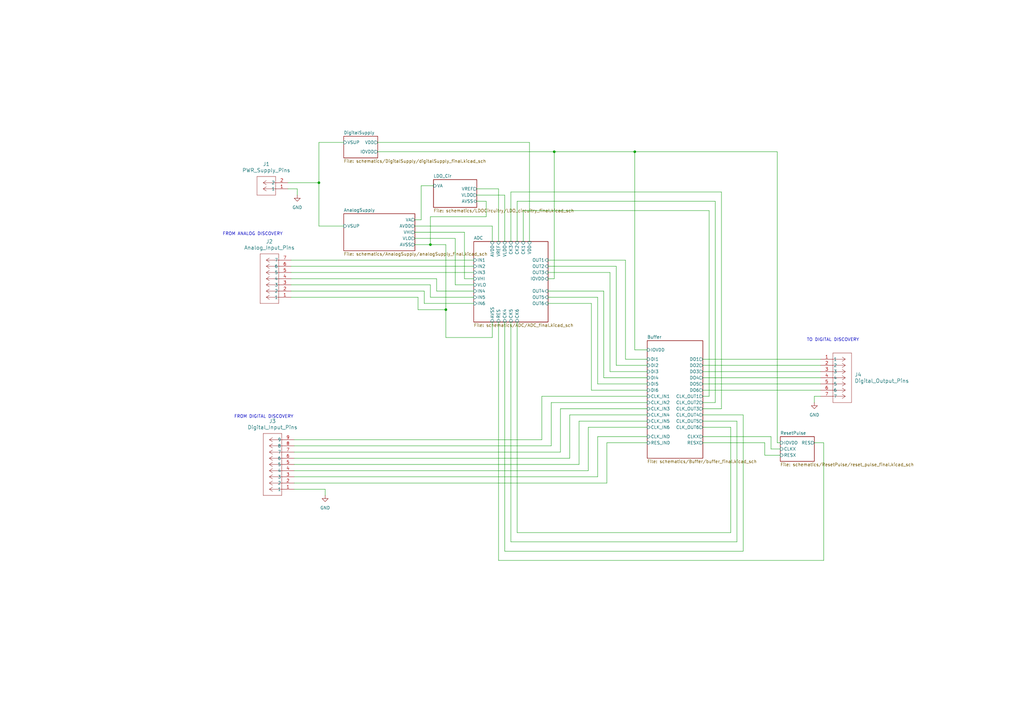
<source format=kicad_sch>
(kicad_sch (version 20231120) (generator "eeschema") (generator_version "8.0")
  (paper "A3")
  (lib_symbols
    (symbol "1x2Header:M20-9990245" (pin_names (offset 0.254))
      (property "Reference" "J" (at 8.89 6.35 0))
      (property "Value" "M20-9990245" (at 0 0 0))
      (symbol "M20-9990245_1_1"
        (polyline (pts (xy 5.08 -5.08) (xy 12.7 -5.08)) (stroke (width 0.127)))
        (polyline (pts (xy 5.08 2.54) (xy 5.08 -5.08)) (stroke (width 0.127)))
        (polyline (pts (xy 10.16 -2.54) (xy 5.08 -2.54)) (stroke (width 0.127)))
        (polyline (pts (xy 10.16 -2.54) (xy 8.89 -3.3867)) (stroke (width 0.127)))
        (polyline (pts (xy 10.16 -2.54) (xy 8.89 -1.6933)) (stroke (width 0.127)))
        (polyline (pts (xy 10.16 0) (xy 5.08 0)) (stroke (width 0.127)))
        (polyline (pts (xy 10.16 0) (xy 8.89 -0.8467)) (stroke (width 0.127)))
        (polyline (pts (xy 10.16 0) (xy 8.89 0.8467)) (stroke (width 0.127)))
        (polyline (pts (xy 12.7 -5.08) (xy 12.7 2.54)) (stroke (width 0.127)))
        (polyline (pts (xy 12.7 2.54) (xy 5.08 2.54)) (stroke (width 0.127)))
        (pin unspecified line (at 0 0 0) (length 5.08) (name "1") (number "1"))
        (pin unspecified line (at 0 -2.54 0) (length 5.08) (name "2") (number "2"))
      )
      (symbol "M20-9990245_1_2"
        (polyline (pts (xy 5.08 -5.08) (xy 12.7 -5.08)) (stroke (width 0.127)))
        (polyline (pts (xy 5.08 2.54) (xy 5.08 -5.08)) (stroke (width 0.127)))
        (polyline (pts (xy 7.62 -2.54) (xy 5.08 -2.54)) (stroke (width 0.127)))
        (polyline (pts (xy 7.62 -2.54) (xy 8.89 -3.3867)) (stroke (width 0.127)))
        (polyline (pts (xy 7.62 -2.54) (xy 8.89 -1.6933)) (stroke (width 0.127)))
        (polyline (pts (xy 7.62 0) (xy 5.08 0)) (stroke (width 0.127)))
        (polyline (pts (xy 7.62 0) (xy 8.89 -0.8467)) (stroke (width 0.127)))
        (polyline (pts (xy 7.62 0) (xy 8.89 0.8467)) (stroke (width 0.127)))
        (polyline (pts (xy 12.7 -5.08) (xy 12.7 2.54)) (stroke (width 0.127)))
        (polyline (pts (xy 12.7 2.54) (xy 5.08 2.54)) (stroke (width 0.127)))
        (pin unspecified line (at 0 0 0) (length 5.08) (name "1") (number "1"))
        (pin unspecified line (at 0 -2.54 0) (length 5.08) (name "2") (number "2"))
      )
    )
    (symbol "1x7Header:PH1-07-UA" (pin_names (offset 0.254))
      (property "Reference" "J" (at 8.89 6.35 0))
      (property "Value" "PH1-07-UA" (at 0 0 0))
      (symbol "PH1-07-UA_1_1"
        (polyline (pts (xy 5.08 -17.78) (xy 12.7 -17.78)) (stroke (width 0.127)))
        (polyline (pts (xy 5.08 2.54) (xy 5.08 -17.78)) (stroke (width 0.127)))
        (polyline (pts (xy 10.16 -15.24) (xy 5.08 -15.24)) (stroke (width 0.127)))
        (polyline (pts (xy 10.16 -15.24) (xy 8.89 -16.0867)) (stroke (width 0.127)))
        (polyline (pts (xy 10.16 -15.24) (xy 8.89 -14.3933)) (stroke (width 0.127)))
        (polyline (pts (xy 10.16 -12.7) (xy 5.08 -12.7)) (stroke (width 0.127)))
        (polyline (pts (xy 10.16 -12.7) (xy 8.89 -13.5467)) (stroke (width 0.127)))
        (polyline (pts (xy 10.16 -12.7) (xy 8.89 -11.8533)) (stroke (width 0.127)))
        (polyline (pts (xy 10.16 -10.16) (xy 5.08 -10.16)) (stroke (width 0.127)))
        (polyline (pts (xy 10.16 -10.16) (xy 8.89 -11.0067)) (stroke (width 0.127)))
        (polyline (pts (xy 10.16 -10.16) (xy 8.89 -9.3133)) (stroke (width 0.127)))
        (polyline (pts (xy 10.16 -7.62) (xy 5.08 -7.62)) (stroke (width 0.127)))
        (polyline (pts (xy 10.16 -7.62) (xy 8.89 -8.4667)) (stroke (width 0.127)))
        (polyline (pts (xy 10.16 -7.62) (xy 8.89 -6.7733)) (stroke (width 0.127)))
        (polyline (pts (xy 10.16 -5.08) (xy 5.08 -5.08)) (stroke (width 0.127)))
        (polyline (pts (xy 10.16 -5.08) (xy 8.89 -5.9267)) (stroke (width 0.127)))
        (polyline (pts (xy 10.16 -5.08) (xy 8.89 -4.2333)) (stroke (width 0.127)))
        (polyline (pts (xy 10.16 -2.54) (xy 5.08 -2.54)) (stroke (width 0.127)))
        (polyline (pts (xy 10.16 -2.54) (xy 8.89 -3.3867)) (stroke (width 0.127)))
        (polyline (pts (xy 10.16 -2.54) (xy 8.89 -1.6933)) (stroke (width 0.127)))
        (polyline (pts (xy 10.16 0) (xy 5.08 0)) (stroke (width 0.127)))
        (polyline (pts (xy 10.16 0) (xy 8.89 -0.8467)) (stroke (width 0.127)))
        (polyline (pts (xy 10.16 0) (xy 8.89 0.8467)) (stroke (width 0.127)))
        (polyline (pts (xy 12.7 -17.78) (xy 12.7 2.54)) (stroke (width 0.127)))
        (polyline (pts (xy 12.7 2.54) (xy 5.08 2.54)) (stroke (width 0.127)))
        (pin unspecified line (at 0 0 0) (length 5.08) (name "1") (number "1"))
        (pin unspecified line (at 0 -2.54 0) (length 5.08) (name "2") (number "2"))
        (pin unspecified line (at 0 -5.08 0) (length 5.08) (name "3") (number "3"))
        (pin unspecified line (at 0 -7.62 0) (length 5.08) (name "4") (number "4"))
        (pin unspecified line (at 0 -10.16 0) (length 5.08) (name "5") (number "5"))
        (pin unspecified line (at 0 -12.7 0) (length 5.08) (name "6") (number "6"))
        (pin unspecified line (at 0 -15.24 0) (length 5.08) (name "7") (number "7"))
      )
      (symbol "PH1-07-UA_1_2"
        (polyline (pts (xy 5.08 -17.78) (xy 12.7 -17.78)) (stroke (width 0.127)))
        (polyline (pts (xy 5.08 2.54) (xy 5.08 -17.78)) (stroke (width 0.127)))
        (polyline (pts (xy 7.62 -15.24) (xy 5.08 -15.24)) (stroke (width 0.127)))
        (polyline (pts (xy 7.62 -15.24) (xy 8.89 -16.0867)) (stroke (width 0.127)))
        (polyline (pts (xy 7.62 -15.24) (xy 8.89 -14.3933)) (stroke (width 0.127)))
        (polyline (pts (xy 7.62 -12.7) (xy 5.08 -12.7)) (stroke (width 0.127)))
        (polyline (pts (xy 7.62 -12.7) (xy 8.89 -13.5467)) (stroke (width 0.127)))
        (polyline (pts (xy 7.62 -12.7) (xy 8.89 -11.8533)) (stroke (width 0.127)))
        (polyline (pts (xy 7.62 -10.16) (xy 5.08 -10.16)) (stroke (width 0.127)))
        (polyline (pts (xy 7.62 -10.16) (xy 8.89 -11.0067)) (stroke (width 0.127)))
        (polyline (pts (xy 7.62 -10.16) (xy 8.89 -9.3133)) (stroke (width 0.127)))
        (polyline (pts (xy 7.62 -7.62) (xy 5.08 -7.62)) (stroke (width 0.127)))
        (polyline (pts (xy 7.62 -7.62) (xy 8.89 -8.4667)) (stroke (width 0.127)))
        (polyline (pts (xy 7.62 -7.62) (xy 8.89 -6.7733)) (stroke (width 0.127)))
        (polyline (pts (xy 7.62 -5.08) (xy 5.08 -5.08)) (stroke (width 0.127)))
        (polyline (pts (xy 7.62 -5.08) (xy 8.89 -5.9267)) (stroke (width 0.127)))
        (polyline (pts (xy 7.62 -5.08) (xy 8.89 -4.2333)) (stroke (width 0.127)))
        (polyline (pts (xy 7.62 -2.54) (xy 5.08 -2.54)) (stroke (width 0.127)))
        (polyline (pts (xy 7.62 -2.54) (xy 8.89 -3.3867)) (stroke (width 0.127)))
        (polyline (pts (xy 7.62 -2.54) (xy 8.89 -1.6933)) (stroke (width 0.127)))
        (polyline (pts (xy 7.62 0) (xy 5.08 0)) (stroke (width 0.127)))
        (polyline (pts (xy 7.62 0) (xy 8.89 -0.8467)) (stroke (width 0.127)))
        (polyline (pts (xy 7.62 0) (xy 8.89 0.8467)) (stroke (width 0.127)))
        (polyline (pts (xy 12.7 -17.78) (xy 12.7 2.54)) (stroke (width 0.127)))
        (polyline (pts (xy 12.7 2.54) (xy 5.08 2.54)) (stroke (width 0.127)))
        (pin unspecified line (at 0 0 0) (length 5.08) (name "1") (number "1"))
        (pin unspecified line (at 0 -2.54 0) (length 5.08) (name "2") (number "2"))
        (pin unspecified line (at 0 -5.08 0) (length 5.08) (name "3") (number "3"))
        (pin unspecified line (at 0 -7.62 0) (length 5.08) (name "4") (number "4"))
        (pin unspecified line (at 0 -10.16 0) (length 5.08) (name "5") (number "5"))
        (pin unspecified line (at 0 -12.7 0) (length 5.08) (name "6") (number "6"))
        (pin unspecified line (at 0 -15.24 0) (length 5.08) (name "7") (number "7"))
      )
    )
    (symbol "1x9Header:PH1-09-UA" (pin_names (offset 0.254))
      (property "Reference" "J" (at 8.89 6.35 0))
      (property "Value" "PH1-09-UA" (at 0 0 0))
      (symbol "PH1-09-UA_1_1"
        (polyline (pts (xy 5.08 -22.86) (xy 12.7 -22.86)) (stroke (width 0.127)))
        (polyline (pts (xy 5.08 2.54) (xy 5.08 -22.86)) (stroke (width 0.127)))
        (polyline (pts (xy 10.16 -20.32) (xy 5.08 -20.32)) (stroke (width 0.127)))
        (polyline (pts (xy 10.16 -20.32) (xy 8.89 -21.1667)) (stroke (width 0.127)))
        (polyline (pts (xy 10.16 -20.32) (xy 8.89 -19.4733)) (stroke (width 0.127)))
        (polyline (pts (xy 10.16 -17.78) (xy 5.08 -17.78)) (stroke (width 0.127)))
        (polyline (pts (xy 10.16 -17.78) (xy 8.89 -18.6267)) (stroke (width 0.127)))
        (polyline (pts (xy 10.16 -17.78) (xy 8.89 -16.9333)) (stroke (width 0.127)))
        (polyline (pts (xy 10.16 -15.24) (xy 5.08 -15.24)) (stroke (width 0.127)))
        (polyline (pts (xy 10.16 -15.24) (xy 8.89 -16.0867)) (stroke (width 0.127)))
        (polyline (pts (xy 10.16 -15.24) (xy 8.89 -14.3933)) (stroke (width 0.127)))
        (polyline (pts (xy 10.16 -12.7) (xy 5.08 -12.7)) (stroke (width 0.127)))
        (polyline (pts (xy 10.16 -12.7) (xy 8.89 -13.5467)) (stroke (width 0.127)))
        (polyline (pts (xy 10.16 -12.7) (xy 8.89 -11.8533)) (stroke (width 0.127)))
        (polyline (pts (xy 10.16 -10.16) (xy 5.08 -10.16)) (stroke (width 0.127)))
        (polyline (pts (xy 10.16 -10.16) (xy 8.89 -11.0067)) (stroke (width 0.127)))
        (polyline (pts (xy 10.16 -10.16) (xy 8.89 -9.3133)) (stroke (width 0.127)))
        (polyline (pts (xy 10.16 -7.62) (xy 5.08 -7.62)) (stroke (width 0.127)))
        (polyline (pts (xy 10.16 -7.62) (xy 8.89 -8.4667)) (stroke (width 0.127)))
        (polyline (pts (xy 10.16 -7.62) (xy 8.89 -6.7733)) (stroke (width 0.127)))
        (polyline (pts (xy 10.16 -5.08) (xy 5.08 -5.08)) (stroke (width 0.127)))
        (polyline (pts (xy 10.16 -5.08) (xy 8.89 -5.9267)) (stroke (width 0.127)))
        (polyline (pts (xy 10.16 -5.08) (xy 8.89 -4.2333)) (stroke (width 0.127)))
        (polyline (pts (xy 10.16 -2.54) (xy 5.08 -2.54)) (stroke (width 0.127)))
        (polyline (pts (xy 10.16 -2.54) (xy 8.89 -3.3867)) (stroke (width 0.127)))
        (polyline (pts (xy 10.16 -2.54) (xy 8.89 -1.6933)) (stroke (width 0.127)))
        (polyline (pts (xy 10.16 0) (xy 5.08 0)) (stroke (width 0.127)))
        (polyline (pts (xy 10.16 0) (xy 8.89 -0.8467)) (stroke (width 0.127)))
        (polyline (pts (xy 10.16 0) (xy 8.89 0.8467)) (stroke (width 0.127)))
        (polyline (pts (xy 12.7 -22.86) (xy 12.7 2.54)) (stroke (width 0.127)))
        (polyline (pts (xy 12.7 2.54) (xy 5.08 2.54)) (stroke (width 0.127)))
        (pin unspecified line (at 0 0 0) (length 5.08) (name "1") (number "1"))
        (pin unspecified line (at 0 -2.54 0) (length 5.08) (name "2") (number "2"))
        (pin unspecified line (at 0 -5.08 0) (length 5.08) (name "3") (number "3"))
        (pin unspecified line (at 0 -7.62 0) (length 5.08) (name "4") (number "4"))
        (pin unspecified line (at 0 -10.16 0) (length 5.08) (name "5") (number "5"))
        (pin unspecified line (at 0 -12.7 0) (length 5.08) (name "6") (number "6"))
        (pin unspecified line (at 0 -15.24 0) (length 5.08) (name "7") (number "7"))
        (pin unspecified line (at 0 -17.78 0) (length 5.08) (name "8") (number "8"))
        (pin unspecified line (at 0 -20.32 0) (length 5.08) (name "9") (number "9"))
      )
      (symbol "PH1-09-UA_1_2"
        (polyline (pts (xy 5.08 -22.86) (xy 12.7 -22.86)) (stroke (width 0.127)))
        (polyline (pts (xy 5.08 2.54) (xy 5.08 -22.86)) (stroke (width 0.127)))
        (polyline (pts (xy 7.62 -20.32) (xy 5.08 -20.32)) (stroke (width 0.127)))
        (polyline (pts (xy 7.62 -20.32) (xy 8.89 -21.1667)) (stroke (width 0.127)))
        (polyline (pts (xy 7.62 -20.32) (xy 8.89 -19.4733)) (stroke (width 0.127)))
        (polyline (pts (xy 7.62 -17.78) (xy 5.08 -17.78)) (stroke (width 0.127)))
        (polyline (pts (xy 7.62 -17.78) (xy 8.89 -18.6267)) (stroke (width 0.127)))
        (polyline (pts (xy 7.62 -17.78) (xy 8.89 -16.9333)) (stroke (width 0.127)))
        (polyline (pts (xy 7.62 -15.24) (xy 5.08 -15.24)) (stroke (width 0.127)))
        (polyline (pts (xy 7.62 -15.24) (xy 8.89 -16.0867)) (stroke (width 0.127)))
        (polyline (pts (xy 7.62 -15.24) (xy 8.89 -14.3933)) (stroke (width 0.127)))
        (polyline (pts (xy 7.62 -12.7) (xy 5.08 -12.7)) (stroke (width 0.127)))
        (polyline (pts (xy 7.62 -12.7) (xy 8.89 -13.5467)) (stroke (width 0.127)))
        (polyline (pts (xy 7.62 -12.7) (xy 8.89 -11.8533)) (stroke (width 0.127)))
        (polyline (pts (xy 7.62 -10.16) (xy 5.08 -10.16)) (stroke (width 0.127)))
        (polyline (pts (xy 7.62 -10.16) (xy 8.89 -11.0067)) (stroke (width 0.127)))
        (polyline (pts (xy 7.62 -10.16) (xy 8.89 -9.3133)) (stroke (width 0.127)))
        (polyline (pts (xy 7.62 -7.62) (xy 5.08 -7.62)) (stroke (width 0.127)))
        (polyline (pts (xy 7.62 -7.62) (xy 8.89 -8.4667)) (stroke (width 0.127)))
        (polyline (pts (xy 7.62 -7.62) (xy 8.89 -6.7733)) (stroke (width 0.127)))
        (polyline (pts (xy 7.62 -5.08) (xy 5.08 -5.08)) (stroke (width 0.127)))
        (polyline (pts (xy 7.62 -5.08) (xy 8.89 -5.9267)) (stroke (width 0.127)))
        (polyline (pts (xy 7.62 -5.08) (xy 8.89 -4.2333)) (stroke (width 0.127)))
        (polyline (pts (xy 7.62 -2.54) (xy 5.08 -2.54)) (stroke (width 0.127)))
        (polyline (pts (xy 7.62 -2.54) (xy 8.89 -3.3867)) (stroke (width 0.127)))
        (polyline (pts (xy 7.62 -2.54) (xy 8.89 -1.6933)) (stroke (width 0.127)))
        (polyline (pts (xy 7.62 0) (xy 5.08 0)) (stroke (width 0.127)))
        (polyline (pts (xy 7.62 0) (xy 8.89 -0.8467)) (stroke (width 0.127)))
        (polyline (pts (xy 7.62 0) (xy 8.89 0.8467)) (stroke (width 0.127)))
        (polyline (pts (xy 12.7 -22.86) (xy 12.7 2.54)) (stroke (width 0.127)))
        (polyline (pts (xy 12.7 2.54) (xy 5.08 2.54)) (stroke (width 0.127)))
        (pin unspecified line (at 0 0 0) (length 5.08) (name "1") (number "1"))
        (pin unspecified line (at 0 -2.54 0) (length 5.08) (name "2") (number "2"))
        (pin unspecified line (at 0 -5.08 0) (length 5.08) (name "3") (number "3"))
        (pin unspecified line (at 0 -7.62 0) (length 5.08) (name "4") (number "4"))
        (pin unspecified line (at 0 -10.16 0) (length 5.08) (name "5") (number "5"))
        (pin unspecified line (at 0 -12.7 0) (length 5.08) (name "6") (number "6"))
        (pin unspecified line (at 0 -15.24 0) (length 5.08) (name "7") (number "7"))
        (pin unspecified line (at 0 -17.78 0) (length 5.08) (name "8") (number "8"))
        (pin unspecified line (at 0 -20.32 0) (length 5.08) (name "9") (number "9"))
      )
    )
    (symbol "power:GND" (power) (pin_numbers hide) (pin_names (offset 0) hide)
      (property "Value" "GND" (at 0 -3.81 0))
      (symbol "GND_0_1"
        (polyline (pts (xy 0 0) (xy 0 -1.27) (xy 1.27 -1.27) (xy 0 -2.54) (xy -1.27 -1.27) (xy 0 -1.27)))
      )
      (symbol "GND_1_1"
        (pin power_in line (at 0 0 270) (length 0) (name "~") (number "1"))
      )
    )
  )
  (junction (at 182.88 127))
  (junction (at 227.33 62.23))
  (junction (at 176.53 100.33))
  (junction (at 260.35 62.23))
  (junction (at 130.81 74.93))
  (wire (pts (xy 120.65 185.42) (xy 229.87 185.42)))
  (wire (pts (xy 245.11 179.07) (xy 245.11 195.58)))
  (wire (pts (xy 288.29 152.4) (xy 336.55 152.4)))
  (wire (pts (xy 302.26 222.25) (xy 209.55 222.25)))
  (wire (pts (xy 179.07 114.3) (xy 119.38 114.3)))
  (wire (pts (xy 119.38 111.76) (xy 194.31 111.76)))
  (wire (pts (xy 248.92 181.61) (xy 248.92 198.12)))
  (wire (pts (xy 288.29 167.64) (xy 295.91 167.64)))
  (wire (pts (xy 250.19 152.4) (xy 265.43 152.4)))
  (wire (pts (xy 334.01 162.56) (xy 334.01 165.1)))
  (wire (pts (xy 212.09 82.55) (xy 212.09 99.06)))
  (wire (pts (xy 120.65 198.12) (xy 248.92 198.12)))
  (wire (pts (xy 288.29 157.48) (xy 336.55 157.48)))
  (wire (pts (xy 120.65 182.88) (xy 226.06 182.88)))
  (wire (pts (xy 176.53 100.33) (xy 182.88 100.33)))
  (wire (pts (xy 195.58 77.47) (xy 204.47 77.47)))
  (wire (pts (xy 224.79 119.38) (xy 247.65 119.38)))
  (wire (pts (xy 182.88 127) (xy 182.88 138.43)))
  (wire (pts (xy 226.06 165.1) (xy 226.06 182.88)))
  (wire (pts (xy 171.45 121.92) (xy 171.45 127)))
  (wire (pts (xy 182.88 138.43) (xy 201.93 138.43)))
  (wire (pts (xy 302.26 172.72) (xy 302.26 222.25)))
  (wire (pts (xy 224.79 106.68) (xy 256.54 106.68)))
  (wire (pts (xy 204.47 132.08) (xy 204.47 229.87)))
  (wire (pts (xy 170.18 97.79) (xy 186.69 97.79)))
  (wire (pts (xy 304.8 226.06) (xy 207.01 226.06)))
  (wire (pts (xy 172.72 76.2) (xy 177.8 76.2)))
  (wire (pts (xy 119.38 109.22) (xy 194.31 109.22)))
  (wire (pts (xy 120.65 180.34) (xy 222.25 180.34)))
  (wire (pts (xy 288.29 181.61) (xy 313.69 181.61)))
  (wire (pts (xy 288.29 147.32) (xy 336.55 147.32)))
  (wire (pts (xy 288.29 149.86) (xy 336.55 149.86)))
  (wire (pts (xy 118.11 77.47) (xy 121.92 77.47)))
  (wire (pts (xy 154.94 62.23) (xy 227.33 62.23)))
  (wire (pts (xy 337.82 181.61) (xy 337.82 229.87)))
  (wire (pts (xy 120.65 187.96) (xy 233.68 187.96)))
  (wire (pts (xy 316.23 184.15) (xy 320.04 184.15)))
  (wire (pts (xy 224.79 121.92) (xy 245.11 121.92)))
  (wire (pts (xy 120.65 193.04) (xy 241.3 193.04)))
  (wire (pts (xy 233.68 170.18) (xy 233.68 187.96)))
  (wire (pts (xy 214.63 86.36) (xy 214.63 99.06)))
  (wire (pts (xy 242.57 124.46) (xy 242.57 160.02)))
  (wire (pts (xy 186.69 97.79) (xy 186.69 116.84)))
  (wire (pts (xy 120.65 195.58) (xy 245.11 195.58)))
  (wire (pts (xy 245.11 121.92) (xy 245.11 157.48)))
  (wire (pts (xy 182.88 100.33) (xy 182.88 127)))
  (wire (pts (xy 204.47 77.47) (xy 204.47 99.06)))
  (wire (pts (xy 316.23 179.07) (xy 316.23 184.15)))
  (wire (pts (xy 252.73 109.22) (xy 252.73 149.86)))
  (wire (pts (xy 154.94 58.42) (xy 217.17 58.42)))
  (wire (pts (xy 260.35 143.51) (xy 260.35 62.23)))
  (wire (pts (xy 120.65 200.66) (xy 133.35 200.66)))
  (wire (pts (xy 304.8 170.18) (xy 304.8 226.06)))
  (wire (pts (xy 173.99 124.46) (xy 173.99 119.38)))
  (wire (pts (xy 222.25 162.56) (xy 222.25 180.34)))
  (wire (pts (xy 224.79 124.46) (xy 242.57 124.46)))
  (wire (pts (xy 288.29 172.72) (xy 302.26 172.72)))
  (wire (pts (xy 241.3 175.26) (xy 241.3 193.04)))
  (wire (pts (xy 227.33 114.3) (xy 224.79 114.3)))
  (wire (pts (xy 195.58 82.55) (xy 199.39 82.55)))
  (wire (pts (xy 130.81 58.42) (xy 130.81 74.93)))
  (wire (pts (xy 212.09 218.44) (xy 212.09 132.08)))
  (wire (pts (xy 130.81 74.93) (xy 130.81 92.71)))
  (wire (pts (xy 172.72 90.17) (xy 170.18 90.17)))
  (wire (pts (xy 130.81 92.71) (xy 140.97 92.71)))
  (wire (pts (xy 293.37 82.55) (xy 212.09 82.55)))
  (wire (pts (xy 265.43 162.56) (xy 222.25 162.56)))
  (wire (pts (xy 217.17 58.42) (xy 217.17 99.06)))
  (wire (pts (xy 288.29 165.1) (xy 293.37 165.1)))
  (wire (pts (xy 179.07 119.38) (xy 179.07 114.3)))
  (wire (pts (xy 290.83 86.36) (xy 214.63 86.36)))
  (wire (pts (xy 265.43 175.26) (xy 241.3 175.26)))
  (wire (pts (xy 118.11 74.93) (xy 130.81 74.93)))
  (wire (pts (xy 237.49 172.72) (xy 237.49 190.5)))
  (wire (pts (xy 245.11 157.48) (xy 265.43 157.48)))
  (wire (pts (xy 170.18 95.25) (xy 190.5 95.25)))
  (wire (pts (xy 209.55 78.74) (xy 209.55 99.06)))
  (wire (pts (xy 265.43 165.1) (xy 226.06 165.1)))
  (wire (pts (xy 265.43 167.64) (xy 229.87 167.64)))
  (wire (pts (xy 172.72 76.2) (xy 172.72 90.17)))
  (wire (pts (xy 207.01 80.01) (xy 207.01 99.06)))
  (wire (pts (xy 199.39 82.55) (xy 199.39 88.9)))
  (wire (pts (xy 227.33 62.23) (xy 227.33 114.3)))
  (wire (pts (xy 252.73 149.86) (xy 265.43 149.86)))
  (wire (pts (xy 190.5 114.3) (xy 194.31 114.3)))
  (wire (pts (xy 201.93 92.71) (xy 201.93 99.06)))
  (wire (pts (xy 290.83 162.56) (xy 290.83 86.36)))
  (wire (pts (xy 209.55 222.25) (xy 209.55 132.08)))
  (wire (pts (xy 176.53 88.9) (xy 176.53 100.33)))
  (wire (pts (xy 288.29 160.02) (xy 336.55 160.02)))
  (wire (pts (xy 207.01 226.06) (xy 207.01 132.08)))
  (wire (pts (xy 170.18 100.33) (xy 176.53 100.33)))
  (wire (pts (xy 288.29 179.07) (xy 316.23 179.07)))
  (wire (pts (xy 265.43 172.72) (xy 237.49 172.72)))
  (wire (pts (xy 133.35 200.66) (xy 133.35 203.2)))
  (wire (pts (xy 247.65 119.38) (xy 247.65 154.94)))
  (wire (pts (xy 265.43 181.61) (xy 248.92 181.61)))
  (wire (pts (xy 229.87 167.64) (xy 229.87 185.42)))
  (wire (pts (xy 337.82 229.87) (xy 204.47 229.87)))
  (wire (pts (xy 313.69 186.69) (xy 320.04 186.69)))
  (wire (pts (xy 260.35 62.23) (xy 318.77 62.23)))
  (wire (pts (xy 299.72 175.26) (xy 299.72 218.44)))
  (wire (pts (xy 318.77 62.23) (xy 318.77 181.61)))
  (wire (pts (xy 265.43 143.51) (xy 260.35 143.51)))
  (wire (pts (xy 176.53 116.84) (xy 119.38 116.84)))
  (wire (pts (xy 288.29 175.26) (xy 299.72 175.26)))
  (wire (pts (xy 173.99 119.38) (xy 119.38 119.38)))
  (wire (pts (xy 334.01 181.61) (xy 337.82 181.61)))
  (wire (pts (xy 201.93 138.43) (xy 201.93 132.08)))
  (wire (pts (xy 336.55 162.56) (xy 334.01 162.56)))
  (wire (pts (xy 265.43 170.18) (xy 233.68 170.18)))
  (wire (pts (xy 190.5 95.25) (xy 190.5 114.3)))
  (wire (pts (xy 194.31 121.92) (xy 176.53 121.92)))
  (wire (pts (xy 194.31 119.38) (xy 179.07 119.38)))
  (wire (pts (xy 242.57 160.02) (xy 265.43 160.02)))
  (wire (pts (xy 318.77 181.61) (xy 320.04 181.61)))
  (wire (pts (xy 288.29 162.56) (xy 290.83 162.56)))
  (wire (pts (xy 119.38 106.68) (xy 194.31 106.68)))
  (wire (pts (xy 224.79 111.76) (xy 250.19 111.76)))
  (wire (pts (xy 288.29 170.18) (xy 304.8 170.18)))
  (wire (pts (xy 176.53 121.92) (xy 176.53 116.84)))
  (wire (pts (xy 224.79 109.22) (xy 252.73 109.22)))
  (wire (pts (xy 194.31 124.46) (xy 173.99 124.46)))
  (wire (pts (xy 288.29 154.94) (xy 336.55 154.94)))
  (wire (pts (xy 313.69 181.61) (xy 313.69 186.69)))
  (wire (pts (xy 195.58 80.01) (xy 207.01 80.01)))
  (wire (pts (xy 295.91 78.74) (xy 209.55 78.74)))
  (wire (pts (xy 293.37 165.1) (xy 293.37 82.55)))
  (wire (pts (xy 119.38 121.92) (xy 171.45 121.92)))
  (wire (pts (xy 256.54 106.68) (xy 256.54 147.32)))
  (wire (pts (xy 265.43 179.07) (xy 245.11 179.07)))
  (wire (pts (xy 171.45 127) (xy 182.88 127)))
  (wire (pts (xy 140.97 58.42) (xy 130.81 58.42)))
  (wire (pts (xy 121.92 77.47) (xy 121.92 80.01)))
  (wire (pts (xy 120.65 190.5) (xy 237.49 190.5)))
  (wire (pts (xy 227.33 62.23) (xy 260.35 62.23)))
  (wire (pts (xy 186.69 116.84) (xy 194.31 116.84)))
  (wire (pts (xy 250.19 111.76) (xy 250.19 152.4)))
  (wire (pts (xy 170.18 92.71) (xy 201.93 92.71)))
  (wire (pts (xy 299.72 218.44) (xy 212.09 218.44)))
  (wire (pts (xy 199.39 88.9) (xy 176.53 88.9)))
  (wire (pts (xy 247.65 154.94) (xy 265.43 154.94)))
  (wire (pts (xy 256.54 147.32) (xy 265.43 147.32)))
  (wire (pts (xy 295.91 167.64) (xy 295.91 78.74)))
  (text "FROM ANALOG DISCOVERY\n" (at 103.632 96.012 0) (effects (font (size 1.27 1.27))))
  (text "TO DIGITAL DISCOVERY\n" (at 341.63 139.446 0) (effects (font (size 1.27 1.27))))
  (text "FROM DIGITAL DISCOVERY\n" (at 108.204 170.942 0) (effects (font (size 1.27 1.27))))
  (symbol (lib_id "1x7Header:PH1-07-UA") (at 336.55 147.32 0) (unit 1)
    (property "Reference" "J4" (at 350.52 153.6699 0) (effects (font (size 1.524 1.524)) (justify left)))
    (property "Value" "Digital_Output_Pins" (at 350.52 156.2099 0) (effects (font (size 1.524 1.524)) (justify left)))
    (property "Footprint" "ECE628_lib:1x7Header" (effects (hide yes)))
    (property "Datasheet" "PH1-07-UA" (effects (hide yes)))
  )
  (symbol (lib_id "1x7Header:PH1-07-UA") (at 119.38 121.92 180) (unit 1)
    (property "Reference" "J2" (at 110.49 99.06 0) (effects (font (size 1.524 1.524))))
    (property "Value" "Analog_Input_Pins" (at 110.49 101.6 0) (effects (font (size 1.524 1.524))))
    (property "Footprint" "ECE628_lib:1x7Header" (effects (hide yes)))
    (property "Datasheet" "PH1-07-UA" (effects (hide yes)))
  )
  (symbol (lib_id "power:GND") (at 121.92 80.01 0) (unit 1)
    (property "Reference" "#PWR025" (effects (hide yes)))
    (property "Value" "GND" (at 121.92 85.09 0))
    (property "Description" "Power symbol creates a global label with name \"GND\" , ground" (effects (hide yes)))
  )
  (symbol (lib_id "1x9Header:PH1-09-UA") (at 120.65 200.66 180) (unit 1)
    (property "Reference" "J3" (at 111.76 172.72 0) (effects (font (size 1.524 1.524))))
    (property "Value" "Digital_Input_Pins" (at 111.76 175.26 0) (effects (font (size 1.524 1.524))))
    (property "Footprint" "ECE628_lib:1x9Header" (effects (hide yes)))
    (property "Datasheet" "PH1-09-UA" (effects (hide yes)))
  )
  (symbol (lib_id "1x2Header:M20-9990245") (at 118.11 77.47 180) (unit 1)
    (property "Reference" "J1" (at 109.22 67.31 0) (effects (font (size 1.524 1.524))))
    (property "Value" "PWR_Supply_Pins" (at 109.22 69.85 0) (effects (font (size 1.524 1.524))))
    (property "Footprint" "ECE628_lib:1x2Header" (effects (hide yes)))
    (property "Datasheet" "M20-9990245" (effects (hide yes)))
  )
  (symbol (lib_id "power:GND") (at 133.35 203.2 0) (unit 1)
    (property "Reference" "#PWR026" (effects (hide yes)))
    (property "Value" "GND" (at 133.35 208.28 0))
    (property "Description" "Power symbol creates a global label with name \"GND\" , ground" (effects (hide yes)))
  )
  (symbol (lib_id "power:GND") (at 334.01 165.1 0) (unit 1)
    (property "Reference" "#PWR027" (effects (hide yes)))
    (property "Value" "GND" (at 334.01 170.18 0))
    (property "Description" "Power symbol creates a global label with name \"GND\" , ground" (effects (hide yes)))
  )
  (sheet (at 140.97 87.63) (size 29.21 15.24) (stroke (width 0.1524))
    (property "Sheetname" "AnalogSupply" (at 140.97 86.9184 0) (effects (justify left bottom)))
    (property "Sheetfile" "schematics/AnalogSupply/analogSupply_final.kicad_sch" (at 140.97 103.4546 0) (effects (justify left top)))
    (pin "VSUP" input (at 140.97 92.71 180))
    (pin "AVSS" output (at 170.18 100.33 0))
    (pin "AVDD" output (at 170.18 92.71 0))
    (pin "VLO" output (at 170.18 97.79 0))
    (pin "VHI" output (at 170.18 95.25 0))
    (pin "VA" output (at 170.18 90.17 0))
  )
  (sheet (at 177.8 73.66) (size 17.78 11.43) (stroke (width 0.1524))
    (property "Sheetname" "LDO_Cir" (at 177.8 72.9484 0) (effects (justify left bottom)))
    (property "Sheetfile" "schematics/LDOCircuitry/LDO_circuitry_final.kicad_sch" (at 177.8 85.6746 0) (effects (justify left top)))
    (pin "VA" input (at 177.8 76.2 180))
    (pin "AVSS" bidirectional (at 195.58 82.55 0))
    (pin "VLDO" output (at 195.58 80.01 0))
    (pin "VREF" output (at 195.58 77.47 0))
  )
  (sheet (at 194.31 99.06) (size 30.48 33.02) (stroke (width 0.1524))
    (property "Sheetname" "ADC" (at 194.31 98.3484 0) (effects (justify left bottom)))
    (property "Sheetfile" "schematics/ADC/ADC_final.kicad_sch" (at 194.31 132.6646 0) (effects (justify left top)))
    (pin "OUT3" input (at 224.79 111.76 0))
    (pin "OUT2" input (at 224.79 109.22 0))
    (pin "IOVDD" input (at 224.79 114.3 0))
    (pin "OUT1" input (at 224.79 106.68 0))
    (pin "CK6" input (at 212.09 132.08 270))
    (pin "AVSS" input (at 201.93 132.08 270))
    (pin "OUT4" input (at 224.79 119.38 0))
    (pin "OUT5" input (at 224.79 121.92 0))
    (pin "OUT6" input (at 224.79 124.46 0))
    (pin "RES" input (at 204.47 132.08 270))
    (pin "CK4" input (at 207.01 132.08 270))
    (pin "CK5" input (at 209.55 132.08 270))
    (pin "AVDD" input (at 201.93 99.06 90))
    (pin "VLDO" input (at 207.01 99.06 90))
    (pin "VREF" input (at 204.47 99.06 90))
    (pin "CK2" input (at 212.09 99.06 90))
    (pin "CK3" input (at 209.55 99.06 90))
    (pin "CK1" input (at 214.63 99.06 90))
    (pin "VDD" input (at 217.17 99.06 90))
    (pin "IN1" input (at 194.31 106.68 180))
    (pin "IN2" input (at 194.31 109.22 180))
    (pin "VLO" input (at 194.31 116.84 180))
    (pin "IN5" input (at 194.31 121.92 180))
    (pin "IN6" input (at 194.31 124.46 180))
    (pin "IN4" input (at 194.31 119.38 180))
    (pin "VHI" input (at 194.31 114.3 180))
    (pin "IN3" input (at 194.31 111.76 180))
  )
  (sheet (at 265.43 139.7) (size 22.86 48.26) (stroke (width 0.1524))
    (property "Sheetname" "Buffer" (at 265.43 138.9884 0) (effects (justify left bottom)))
    (property "Sheetfile" "schematics/Buffer/buffer_final.kicad_sch" (at 265.43 188.5446 0) (effects (justify left top)))
    (pin "DI6" input (at 265.43 160.02 180))
    (pin "DI5" input (at 265.43 157.48 180))
    (pin "DI4" input (at 265.43 154.94 180))
    (pin "DI2" input (at 265.43 149.86 180))
    (pin "DI3" input (at 265.43 152.4 180))
    (pin "DI1" input (at 265.43 147.32 180))
    (pin "DO1" output (at 288.29 147.32 0))
    (pin "DO4" output (at 288.29 154.94 0))
    (pin "DO2" output (at 288.29 149.86 0))
    (pin "DO3" output (at 288.29 152.4 0))
    (pin "DO6" output (at 288.29 160.02 0))
    (pin "DO5" output (at 288.29 157.48 0))
    (pin "CLK_OUT1" output (at 288.29 162.56 0))
    (pin "CLK_OUT2" output (at 288.29 165.1 0))
    (pin "CLK_OUT3" output (at 288.29 167.64 0))
    (pin "CLK_OUT4" output (at 288.29 170.18 0))
    (pin "CLK_OUT5" output (at 288.29 172.72 0))
    (pin "CLK_OUT6" output (at 288.29 175.26 0))
    (pin "CLK_IN1" input (at 265.43 162.56 180))
    (pin "CLK_IN2" input (at 265.43 165.1 180))
    (pin "CLK_IN3" input (at 265.43 167.64 180))
    (pin "CLK_IN4" input (at 265.43 170.18 180))
    (pin "CLK_IN5" input (at 265.43 172.72 180))
    (pin "CLK_IN6" input (at 265.43 175.26 180))
    (pin "CLK_IND" input (at 265.43 179.07 180))
    (pin "RES_IND" input (at 265.43 181.61 180))
    (pin "RESX" output (at 288.29 181.61 0))
    (pin "CLKX" output (at 288.29 179.07 0))
    (pin "IOVDD" input (at 265.43 143.51 180))
  )
  (sheet (at 140.97 55.88) (size 13.97 8.89) (stroke (width 0.1524))
    (property "Sheetname" "DigitalSupply" (at 140.97 55.1684 0) (effects (justify left bottom)))
    (property "Sheetfile" "schematics/DigitalSupply/digitalSupply_final.kicad_sch" (at 140.97 65.3546 0) (effects (justify left top)))
    (pin "VSUP" input (at 140.97 58.42 180))
    (pin "IOVDD" output (at 154.94 62.23 0))
    (pin "VDD" output (at 154.94 58.42 0))
  )
  (sheet (at 320.04 179.07) (size 13.97 10.16) (stroke (width 0.1524))
    (property "Sheetname" "ResetPulse" (at 320.04 178.3584 0) (effects (justify left bottom)))
    (property "Sheetfile" "schematics/ResetPulse/reset_pulse_final.kicad_sch" (at 320.04 189.8146 0) (effects (justify left top)))
    (pin "CLKX" input (at 320.04 184.15 180))
    (pin "RESX" input (at 320.04 186.69 180))
    (pin "RES" output (at 334.01 181.61 0))
    (pin "IOVDD" input (at 320.04 181.61 180))
  )
)
</source>
